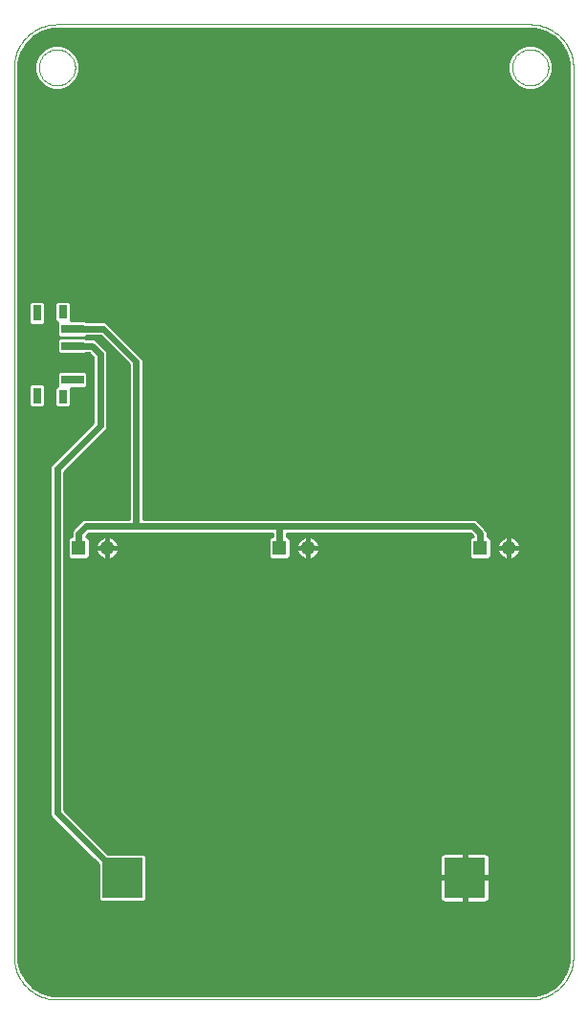
<source format=gbl>
G75*
G70*
%OFA0B0*%
%FSLAX24Y24*%
%IPPOS*%
%LPD*%
%AMOC8*
5,1,8,0,0,1.08239X$1,22.5*
%
%ADD10C,0.0000*%
%ADD11R,0.0787X0.0315*%
%ADD12R,0.0315X0.0472*%
%ADD13R,0.0315X0.0551*%
%ADD14R,0.1417X0.1417*%
%ADD15R,0.0515X0.0515*%
%ADD16C,0.0515*%
%ADD17C,0.0240*%
%ADD18C,0.0100*%
D10*
X000655Y002155D02*
X000655Y033155D01*
X001525Y033155D02*
X001527Y033205D01*
X001533Y033255D01*
X001543Y033304D01*
X001557Y033352D01*
X001574Y033399D01*
X001595Y033444D01*
X001620Y033488D01*
X001648Y033529D01*
X001680Y033568D01*
X001714Y033605D01*
X001751Y033639D01*
X001791Y033669D01*
X001833Y033696D01*
X001877Y033720D01*
X001923Y033741D01*
X001970Y033757D01*
X002018Y033770D01*
X002068Y033779D01*
X002117Y033784D01*
X002168Y033785D01*
X002218Y033782D01*
X002267Y033775D01*
X002316Y033764D01*
X002364Y033749D01*
X002410Y033731D01*
X002455Y033709D01*
X002498Y033683D01*
X002539Y033654D01*
X002578Y033622D01*
X002614Y033587D01*
X002646Y033549D01*
X002676Y033509D01*
X002703Y033466D01*
X002726Y033422D01*
X002745Y033376D01*
X002761Y033328D01*
X002773Y033279D01*
X002781Y033230D01*
X002785Y033180D01*
X002785Y033130D01*
X002781Y033080D01*
X002773Y033031D01*
X002761Y032982D01*
X002745Y032934D01*
X002726Y032888D01*
X002703Y032844D01*
X002676Y032801D01*
X002646Y032761D01*
X002614Y032723D01*
X002578Y032688D01*
X002539Y032656D01*
X002498Y032627D01*
X002455Y032601D01*
X002410Y032579D01*
X002364Y032561D01*
X002316Y032546D01*
X002267Y032535D01*
X002218Y032528D01*
X002168Y032525D01*
X002117Y032526D01*
X002068Y032531D01*
X002018Y032540D01*
X001970Y032553D01*
X001923Y032569D01*
X001877Y032590D01*
X001833Y032614D01*
X001791Y032641D01*
X001751Y032671D01*
X001714Y032705D01*
X001680Y032742D01*
X001648Y032781D01*
X001620Y032822D01*
X001595Y032866D01*
X001574Y032911D01*
X001557Y032958D01*
X001543Y033006D01*
X001533Y033055D01*
X001527Y033105D01*
X001525Y033155D01*
X000655Y033155D02*
X000657Y033231D01*
X000663Y033307D01*
X000672Y033382D01*
X000686Y033457D01*
X000703Y033531D01*
X000724Y033604D01*
X000748Y033676D01*
X000777Y033747D01*
X000808Y033816D01*
X000843Y033883D01*
X000882Y033948D01*
X000924Y034012D01*
X000969Y034073D01*
X001017Y034132D01*
X001068Y034188D01*
X001122Y034242D01*
X001178Y034293D01*
X001237Y034341D01*
X001298Y034386D01*
X001362Y034428D01*
X001427Y034467D01*
X001494Y034502D01*
X001563Y034533D01*
X001634Y034562D01*
X001706Y034586D01*
X001779Y034607D01*
X001853Y034624D01*
X001928Y034638D01*
X002003Y034647D01*
X002079Y034653D01*
X002155Y034655D01*
X018655Y034655D01*
X018025Y033155D02*
X018027Y033205D01*
X018033Y033255D01*
X018043Y033304D01*
X018057Y033352D01*
X018074Y033399D01*
X018095Y033444D01*
X018120Y033488D01*
X018148Y033529D01*
X018180Y033568D01*
X018214Y033605D01*
X018251Y033639D01*
X018291Y033669D01*
X018333Y033696D01*
X018377Y033720D01*
X018423Y033741D01*
X018470Y033757D01*
X018518Y033770D01*
X018568Y033779D01*
X018617Y033784D01*
X018668Y033785D01*
X018718Y033782D01*
X018767Y033775D01*
X018816Y033764D01*
X018864Y033749D01*
X018910Y033731D01*
X018955Y033709D01*
X018998Y033683D01*
X019039Y033654D01*
X019078Y033622D01*
X019114Y033587D01*
X019146Y033549D01*
X019176Y033509D01*
X019203Y033466D01*
X019226Y033422D01*
X019245Y033376D01*
X019261Y033328D01*
X019273Y033279D01*
X019281Y033230D01*
X019285Y033180D01*
X019285Y033130D01*
X019281Y033080D01*
X019273Y033031D01*
X019261Y032982D01*
X019245Y032934D01*
X019226Y032888D01*
X019203Y032844D01*
X019176Y032801D01*
X019146Y032761D01*
X019114Y032723D01*
X019078Y032688D01*
X019039Y032656D01*
X018998Y032627D01*
X018955Y032601D01*
X018910Y032579D01*
X018864Y032561D01*
X018816Y032546D01*
X018767Y032535D01*
X018718Y032528D01*
X018668Y032525D01*
X018617Y032526D01*
X018568Y032531D01*
X018518Y032540D01*
X018470Y032553D01*
X018423Y032569D01*
X018377Y032590D01*
X018333Y032614D01*
X018291Y032641D01*
X018251Y032671D01*
X018214Y032705D01*
X018180Y032742D01*
X018148Y032781D01*
X018120Y032822D01*
X018095Y032866D01*
X018074Y032911D01*
X018057Y032958D01*
X018043Y033006D01*
X018033Y033055D01*
X018027Y033105D01*
X018025Y033155D01*
X018655Y034655D02*
X018731Y034653D01*
X018807Y034647D01*
X018882Y034638D01*
X018957Y034624D01*
X019031Y034607D01*
X019104Y034586D01*
X019176Y034562D01*
X019247Y034533D01*
X019316Y034502D01*
X019383Y034467D01*
X019448Y034428D01*
X019512Y034386D01*
X019573Y034341D01*
X019632Y034293D01*
X019688Y034242D01*
X019742Y034188D01*
X019793Y034132D01*
X019841Y034073D01*
X019886Y034012D01*
X019928Y033948D01*
X019967Y033883D01*
X020002Y033816D01*
X020033Y033747D01*
X020062Y033676D01*
X020086Y033604D01*
X020107Y033531D01*
X020124Y033457D01*
X020138Y033382D01*
X020147Y033307D01*
X020153Y033231D01*
X020155Y033155D01*
X020155Y002155D01*
X020153Y002079D01*
X020147Y002003D01*
X020138Y001928D01*
X020124Y001853D01*
X020107Y001779D01*
X020086Y001706D01*
X020062Y001634D01*
X020033Y001563D01*
X020002Y001494D01*
X019967Y001427D01*
X019928Y001362D01*
X019886Y001298D01*
X019841Y001237D01*
X019793Y001178D01*
X019742Y001122D01*
X019688Y001068D01*
X019632Y001017D01*
X019573Y000969D01*
X019512Y000924D01*
X019448Y000882D01*
X019383Y000843D01*
X019316Y000808D01*
X019247Y000777D01*
X019176Y000748D01*
X019104Y000724D01*
X019031Y000703D01*
X018957Y000686D01*
X018882Y000672D01*
X018807Y000663D01*
X018731Y000657D01*
X018655Y000655D01*
X002155Y000655D01*
X002079Y000657D01*
X002003Y000663D01*
X001928Y000672D01*
X001853Y000686D01*
X001779Y000703D01*
X001706Y000724D01*
X001634Y000748D01*
X001563Y000777D01*
X001494Y000808D01*
X001427Y000843D01*
X001362Y000882D01*
X001298Y000924D01*
X001237Y000969D01*
X001178Y001017D01*
X001122Y001068D01*
X001068Y001122D01*
X001017Y001178D01*
X000969Y001237D01*
X000924Y001298D01*
X000882Y001362D01*
X000843Y001427D01*
X000808Y001494D01*
X000777Y001563D01*
X000748Y001634D01*
X000724Y001706D01*
X000703Y001779D01*
X000686Y001853D01*
X000672Y001928D01*
X000663Y002003D01*
X000657Y002079D01*
X000655Y002155D01*
D11*
X002693Y022269D03*
X002693Y023450D03*
X002693Y024041D03*
D12*
X002358Y024631D03*
X002358Y021679D03*
D13*
X001452Y021718D03*
X001452Y024592D03*
D14*
X004441Y004905D03*
X016370Y004905D03*
D15*
X016905Y016405D03*
X009905Y016405D03*
X002905Y016405D03*
D16*
X003905Y016405D03*
X010905Y016405D03*
X017905Y016405D03*
D17*
X016905Y016405D02*
X016905Y016905D01*
X016655Y017155D01*
X009905Y017155D01*
X009905Y016405D01*
X009905Y017155D02*
X004905Y017155D01*
X004905Y022905D01*
X003769Y024041D01*
X002693Y024041D01*
X002693Y023450D02*
X003360Y023450D01*
X003655Y023155D01*
X003655Y020655D01*
X002155Y019155D01*
X002155Y007155D01*
X004120Y005191D01*
X004155Y005191D01*
X004441Y004905D01*
X002905Y016405D02*
X002905Y016905D01*
X003155Y017155D01*
X004905Y017155D01*
D18*
X000908Y001638D02*
X001084Y001333D01*
X001333Y001084D01*
X001638Y000908D01*
X001979Y000817D01*
X001979Y000817D01*
X002155Y000805D01*
X018655Y000805D01*
X018831Y000817D01*
X019172Y000908D01*
X019477Y001084D01*
X019726Y001333D01*
X019902Y001638D01*
X019994Y001979D01*
X020005Y002155D01*
X020005Y033093D01*
X020005Y033126D01*
X020005Y033155D01*
X019994Y033331D01*
X019902Y033672D01*
X019726Y033977D01*
X019477Y034226D01*
X019172Y034402D01*
X018831Y034494D01*
X018655Y034505D01*
X002217Y034505D01*
X002201Y034505D01*
X002155Y034505D01*
X001979Y034494D01*
X001638Y034402D01*
X001333Y034226D01*
X001084Y033977D01*
X000908Y033672D01*
X000817Y033331D01*
X000805Y033155D01*
X000805Y002217D01*
X000805Y002206D01*
X000805Y002155D01*
X000817Y001979D01*
X000908Y001638D01*
X000907Y001641D02*
X019903Y001641D01*
X019929Y001739D02*
X000881Y001739D01*
X000854Y001838D02*
X019956Y001838D01*
X019982Y001936D02*
X000828Y001936D01*
X000813Y002035D02*
X019997Y002035D01*
X020004Y002133D02*
X000807Y002133D01*
X000805Y002232D02*
X020005Y002232D01*
X020005Y002330D02*
X000805Y002330D01*
X000805Y002429D02*
X020005Y002429D01*
X020005Y002527D02*
X000805Y002527D01*
X000805Y002626D02*
X020005Y002626D01*
X020005Y002725D02*
X000805Y002725D01*
X000805Y002823D02*
X020005Y002823D01*
X020005Y002922D02*
X000805Y002922D01*
X000805Y003020D02*
X020005Y003020D01*
X020005Y003119D02*
X000805Y003119D01*
X000805Y003217D02*
X020005Y003217D01*
X020005Y003316D02*
X000805Y003316D01*
X000805Y003414D02*
X020005Y003414D01*
X020005Y003513D02*
X000805Y003513D01*
X000805Y003611D02*
X020005Y003611D01*
X020005Y003710D02*
X000805Y003710D01*
X000805Y003809D02*
X020005Y003809D01*
X020005Y003907D02*
X000805Y003907D01*
X000805Y004006D02*
X020005Y004006D01*
X020005Y004104D02*
X017198Y004104D01*
X017218Y004139D01*
X017228Y004177D01*
X017228Y004855D01*
X016420Y004855D01*
X016420Y004955D01*
X017228Y004955D01*
X017228Y005634D01*
X017218Y005672D01*
X017198Y005706D01*
X017170Y005734D01*
X017136Y005754D01*
X017098Y005764D01*
X016420Y005764D01*
X016420Y004955D01*
X016320Y004955D01*
X016320Y005764D01*
X015641Y005764D01*
X015603Y005754D01*
X015569Y005734D01*
X015541Y005706D01*
X015521Y005672D01*
X015511Y005634D01*
X015511Y004955D01*
X016320Y004955D01*
X016320Y004855D01*
X016420Y004855D01*
X016420Y004046D01*
X017098Y004046D01*
X017136Y004057D01*
X017170Y004076D01*
X017198Y004104D01*
X017228Y004203D02*
X020005Y004203D01*
X020005Y004301D02*
X017228Y004301D01*
X017228Y004400D02*
X020005Y004400D01*
X020005Y004498D02*
X017228Y004498D01*
X017228Y004597D02*
X020005Y004597D01*
X020005Y004695D02*
X017228Y004695D01*
X017228Y004794D02*
X020005Y004794D01*
X020005Y004892D02*
X016420Y004892D01*
X016420Y004794D02*
X016320Y004794D01*
X016320Y004855D02*
X016320Y004046D01*
X015641Y004046D01*
X015603Y004057D01*
X015569Y004076D01*
X015541Y004104D01*
X005241Y004104D01*
X005203Y004066D02*
X005279Y004143D01*
X005279Y005668D01*
X005203Y005744D01*
X003920Y005744D01*
X002405Y007259D01*
X002405Y019052D01*
X003867Y020514D01*
X003905Y020605D01*
X003905Y020705D01*
X003905Y023205D01*
X003867Y023297D01*
X003797Y023367D01*
X003797Y023367D01*
X003501Y023662D01*
X003410Y023700D01*
X003310Y023700D01*
X003178Y023700D01*
X003140Y023738D01*
X002245Y023738D01*
X002169Y023662D01*
X002169Y023239D01*
X002245Y023163D01*
X003140Y023163D01*
X003178Y023200D01*
X003256Y023200D01*
X003405Y023052D01*
X003405Y020759D01*
X002014Y019367D01*
X002014Y019367D01*
X001943Y019297D01*
X001905Y019205D01*
X001905Y007105D01*
X001943Y007014D01*
X002014Y006943D01*
X003602Y005355D01*
X003602Y004143D01*
X003678Y004066D01*
X005203Y004066D01*
X005279Y004203D02*
X015511Y004203D01*
X015511Y004177D02*
X015521Y004139D01*
X015541Y004104D01*
X015511Y004177D02*
X015511Y004855D01*
X016320Y004855D01*
X016320Y004892D02*
X005279Y004892D01*
X005279Y004794D02*
X015511Y004794D01*
X015511Y004695D02*
X005279Y004695D01*
X005279Y004597D02*
X015511Y004597D01*
X015511Y004498D02*
X005279Y004498D01*
X005279Y004400D02*
X015511Y004400D01*
X015511Y004301D02*
X005279Y004301D01*
X005279Y004991D02*
X015511Y004991D01*
X015511Y005090D02*
X005279Y005090D01*
X005279Y005188D02*
X015511Y005188D01*
X015511Y005287D02*
X005279Y005287D01*
X005279Y005385D02*
X015511Y005385D01*
X015511Y005484D02*
X005279Y005484D01*
X005279Y005582D02*
X015511Y005582D01*
X015527Y005681D02*
X005266Y005681D01*
X003884Y005779D02*
X020005Y005779D01*
X020005Y005681D02*
X017213Y005681D01*
X017228Y005582D02*
X020005Y005582D01*
X020005Y005484D02*
X017228Y005484D01*
X017228Y005385D02*
X020005Y005385D01*
X020005Y005287D02*
X017228Y005287D01*
X017228Y005188D02*
X020005Y005188D01*
X020005Y005090D02*
X017228Y005090D01*
X017228Y004991D02*
X020005Y004991D01*
X020005Y005878D02*
X003786Y005878D01*
X003687Y005976D02*
X020005Y005976D01*
X020005Y006075D02*
X003589Y006075D01*
X003490Y006174D02*
X020005Y006174D01*
X020005Y006272D02*
X003392Y006272D01*
X003293Y006371D02*
X020005Y006371D01*
X020005Y006469D02*
X003195Y006469D01*
X003096Y006568D02*
X020005Y006568D01*
X020005Y006666D02*
X002997Y006666D01*
X002899Y006765D02*
X020005Y006765D01*
X020005Y006863D02*
X002800Y006863D01*
X002702Y006962D02*
X020005Y006962D01*
X020005Y007060D02*
X002603Y007060D01*
X002505Y007159D02*
X020005Y007159D01*
X020005Y007258D02*
X002406Y007258D01*
X002405Y007356D02*
X020005Y007356D01*
X020005Y007455D02*
X002405Y007455D01*
X002405Y007553D02*
X020005Y007553D01*
X020005Y007652D02*
X002405Y007652D01*
X002405Y007750D02*
X020005Y007750D01*
X020005Y007849D02*
X002405Y007849D01*
X002405Y007947D02*
X020005Y007947D01*
X020005Y008046D02*
X002405Y008046D01*
X002405Y008144D02*
X020005Y008144D01*
X020005Y008243D02*
X002405Y008243D01*
X002405Y008341D02*
X020005Y008341D01*
X020005Y008440D02*
X002405Y008440D01*
X002405Y008539D02*
X020005Y008539D01*
X020005Y008637D02*
X002405Y008637D01*
X002405Y008736D02*
X020005Y008736D01*
X020005Y008834D02*
X002405Y008834D01*
X002405Y008933D02*
X020005Y008933D01*
X020005Y009031D02*
X002405Y009031D01*
X002405Y009130D02*
X020005Y009130D01*
X020005Y009228D02*
X002405Y009228D01*
X002405Y009327D02*
X020005Y009327D01*
X020005Y009425D02*
X002405Y009425D01*
X002405Y009524D02*
X020005Y009524D01*
X020005Y009623D02*
X002405Y009623D01*
X002405Y009721D02*
X020005Y009721D01*
X020005Y009820D02*
X002405Y009820D01*
X002405Y009918D02*
X020005Y009918D01*
X020005Y010017D02*
X002405Y010017D01*
X002405Y010115D02*
X020005Y010115D01*
X020005Y010214D02*
X002405Y010214D01*
X002405Y010312D02*
X020005Y010312D01*
X020005Y010411D02*
X002405Y010411D01*
X002405Y010509D02*
X020005Y010509D01*
X020005Y010608D02*
X002405Y010608D01*
X002405Y010707D02*
X020005Y010707D01*
X020005Y010805D02*
X002405Y010805D01*
X002405Y010904D02*
X020005Y010904D01*
X020005Y011002D02*
X002405Y011002D01*
X002405Y011101D02*
X020005Y011101D01*
X020005Y011199D02*
X002405Y011199D01*
X002405Y011298D02*
X020005Y011298D01*
X020005Y011396D02*
X002405Y011396D01*
X002405Y011495D02*
X020005Y011495D01*
X020005Y011593D02*
X002405Y011593D01*
X002405Y011692D02*
X020005Y011692D01*
X020005Y011791D02*
X002405Y011791D01*
X002405Y011889D02*
X020005Y011889D01*
X020005Y011988D02*
X002405Y011988D01*
X002405Y012086D02*
X020005Y012086D01*
X020005Y012185D02*
X002405Y012185D01*
X002405Y012283D02*
X020005Y012283D01*
X020005Y012382D02*
X002405Y012382D01*
X002405Y012480D02*
X020005Y012480D01*
X020005Y012579D02*
X002405Y012579D01*
X002405Y012677D02*
X020005Y012677D01*
X020005Y012776D02*
X002405Y012776D01*
X002405Y012874D02*
X020005Y012874D01*
X020005Y012973D02*
X002405Y012973D01*
X002405Y013072D02*
X020005Y013072D01*
X020005Y013170D02*
X002405Y013170D01*
X002405Y013269D02*
X020005Y013269D01*
X020005Y013367D02*
X002405Y013367D01*
X002405Y013466D02*
X020005Y013466D01*
X020005Y013564D02*
X002405Y013564D01*
X002405Y013663D02*
X020005Y013663D01*
X020005Y013761D02*
X002405Y013761D01*
X002405Y013860D02*
X020005Y013860D01*
X020005Y013958D02*
X002405Y013958D01*
X002405Y014057D02*
X020005Y014057D01*
X020005Y014156D02*
X002405Y014156D01*
X002405Y014254D02*
X020005Y014254D01*
X020005Y014353D02*
X002405Y014353D01*
X002405Y014451D02*
X020005Y014451D01*
X020005Y014550D02*
X002405Y014550D01*
X002405Y014648D02*
X020005Y014648D01*
X020005Y014747D02*
X002405Y014747D01*
X002405Y014845D02*
X020005Y014845D01*
X020005Y014944D02*
X002405Y014944D01*
X002405Y015042D02*
X020005Y015042D01*
X020005Y015141D02*
X002405Y015141D01*
X002405Y015240D02*
X020005Y015240D01*
X020005Y015338D02*
X002405Y015338D01*
X002405Y015437D02*
X020005Y015437D01*
X020005Y015535D02*
X002405Y015535D01*
X002405Y015634D02*
X020005Y015634D01*
X020005Y015732D02*
X002405Y015732D01*
X002405Y015831D02*
X020005Y015831D01*
X020005Y015929D02*
X002405Y015929D01*
X002405Y016028D02*
X002584Y016028D01*
X002594Y016018D02*
X003216Y016018D01*
X003293Y016094D01*
X003293Y016716D01*
X003216Y016793D01*
X003155Y016793D01*
X003155Y016802D01*
X003259Y016905D01*
X004855Y016905D01*
X004955Y016905D01*
X009655Y016905D01*
X009655Y016793D01*
X009594Y016793D01*
X009518Y016716D01*
X009518Y016094D01*
X009594Y016018D01*
X010216Y016018D01*
X010293Y016094D01*
X010293Y016716D01*
X010216Y016793D01*
X010155Y016793D01*
X010155Y016905D01*
X016552Y016905D01*
X016655Y016802D01*
X016655Y016793D01*
X016594Y016793D01*
X016518Y016716D01*
X016518Y016094D01*
X016594Y016018D01*
X017216Y016018D01*
X017293Y016094D01*
X017293Y016716D01*
X017216Y016793D01*
X017155Y016793D01*
X017155Y016855D01*
X017155Y016955D01*
X017117Y017047D01*
X016867Y017297D01*
X016797Y017367D01*
X016705Y017405D01*
X009955Y017405D01*
X009855Y017405D01*
X005155Y017405D01*
X005155Y022955D01*
X005117Y023047D01*
X005047Y023117D01*
X003911Y024253D01*
X003819Y024291D01*
X003720Y024291D01*
X003177Y024291D01*
X003140Y024328D01*
X002632Y024328D01*
X002645Y024341D01*
X002645Y024922D01*
X002569Y024998D01*
X002147Y024998D01*
X002070Y024922D01*
X002070Y024341D01*
X002147Y024265D01*
X002182Y024265D01*
X002169Y024252D01*
X002169Y023830D01*
X002245Y023753D01*
X003140Y023753D01*
X003177Y023791D01*
X003666Y023791D01*
X004655Y022802D01*
X004655Y017405D01*
X003105Y017405D01*
X003014Y017367D01*
X002943Y017297D01*
X002693Y017047D01*
X002655Y016955D01*
X002655Y016855D01*
X002655Y016793D01*
X002594Y016793D01*
X002518Y016716D01*
X002518Y016094D01*
X002594Y016018D01*
X002518Y016126D02*
X002405Y016126D01*
X002405Y016225D02*
X002518Y016225D01*
X002518Y016324D02*
X002405Y016324D01*
X002405Y016422D02*
X002518Y016422D01*
X002518Y016521D02*
X002405Y016521D01*
X002405Y016619D02*
X002518Y016619D01*
X002519Y016718D02*
X002405Y016718D01*
X002405Y016816D02*
X002655Y016816D01*
X002655Y016915D02*
X002405Y016915D01*
X002405Y017013D02*
X002679Y017013D01*
X002758Y017112D02*
X002405Y017112D01*
X002405Y017210D02*
X002857Y017210D01*
X002955Y017309D02*
X002405Y017309D01*
X002405Y017407D02*
X004655Y017407D01*
X004655Y017506D02*
X002405Y017506D01*
X002405Y017605D02*
X004655Y017605D01*
X004655Y017703D02*
X002405Y017703D01*
X002405Y017802D02*
X004655Y017802D01*
X004655Y017900D02*
X002405Y017900D01*
X002405Y017999D02*
X004655Y017999D01*
X004655Y018097D02*
X002405Y018097D01*
X002405Y018196D02*
X004655Y018196D01*
X004655Y018294D02*
X002405Y018294D01*
X002405Y018393D02*
X004655Y018393D01*
X004655Y018491D02*
X002405Y018491D01*
X002405Y018590D02*
X004655Y018590D01*
X004655Y018689D02*
X002405Y018689D01*
X002405Y018787D02*
X004655Y018787D01*
X004655Y018886D02*
X002405Y018886D01*
X002405Y018984D02*
X004655Y018984D01*
X004655Y019083D02*
X002436Y019083D01*
X002535Y019181D02*
X004655Y019181D01*
X004655Y019280D02*
X002633Y019280D01*
X002732Y019378D02*
X004655Y019378D01*
X004655Y019477D02*
X002830Y019477D01*
X002929Y019575D02*
X004655Y019575D01*
X004655Y019674D02*
X003027Y019674D01*
X003126Y019773D02*
X004655Y019773D01*
X004655Y019871D02*
X003225Y019871D01*
X003323Y019970D02*
X004655Y019970D01*
X004655Y020068D02*
X003422Y020068D01*
X003520Y020167D02*
X004655Y020167D01*
X004655Y020265D02*
X003619Y020265D01*
X003717Y020364D02*
X004655Y020364D01*
X004655Y020462D02*
X003816Y020462D01*
X003887Y020561D02*
X004655Y020561D01*
X004655Y020659D02*
X003905Y020659D01*
X003905Y020758D02*
X004655Y020758D01*
X004655Y020856D02*
X003905Y020856D01*
X003905Y020955D02*
X004655Y020955D01*
X004655Y021054D02*
X003905Y021054D01*
X003905Y021152D02*
X004655Y021152D01*
X004655Y021251D02*
X003905Y021251D01*
X003905Y021349D02*
X004655Y021349D01*
X004655Y021448D02*
X003905Y021448D01*
X003905Y021546D02*
X004655Y021546D01*
X004655Y021645D02*
X003905Y021645D01*
X003905Y021743D02*
X004655Y021743D01*
X004655Y021842D02*
X003905Y021842D01*
X003905Y021940D02*
X004655Y021940D01*
X004655Y022039D02*
X003905Y022039D01*
X003905Y022138D02*
X004655Y022138D01*
X004655Y022236D02*
X003905Y022236D01*
X003905Y022335D02*
X004655Y022335D01*
X004655Y022433D02*
X003905Y022433D01*
X003905Y022532D02*
X004655Y022532D01*
X004655Y022630D02*
X003905Y022630D01*
X003905Y022729D02*
X004655Y022729D01*
X004629Y022827D02*
X003905Y022827D01*
X003905Y022926D02*
X004531Y022926D01*
X004432Y023024D02*
X003905Y023024D01*
X003905Y023123D02*
X004334Y023123D01*
X004235Y023222D02*
X003898Y023222D01*
X003844Y023320D02*
X004137Y023320D01*
X004038Y023419D02*
X003745Y023419D01*
X003647Y023517D02*
X003940Y023517D01*
X003841Y023616D02*
X003548Y023616D01*
X003742Y023714D02*
X003164Y023714D01*
X003163Y024306D02*
X020005Y024306D01*
X020005Y024404D02*
X002645Y024404D01*
X002645Y024503D02*
X020005Y024503D01*
X020005Y024601D02*
X002645Y024601D01*
X002645Y024700D02*
X020005Y024700D01*
X020005Y024798D02*
X002645Y024798D01*
X002645Y024897D02*
X020005Y024897D01*
X020005Y024995D02*
X002572Y024995D01*
X002144Y024995D02*
X001666Y024995D01*
X001664Y024998D02*
X001740Y024922D01*
X001740Y024263D01*
X001664Y024187D01*
X001241Y024187D01*
X001165Y024263D01*
X001165Y024922D01*
X001241Y024998D01*
X001664Y024998D01*
X001740Y024897D02*
X002070Y024897D01*
X002070Y024798D02*
X001740Y024798D01*
X001740Y024700D02*
X002070Y024700D01*
X002070Y024601D02*
X001740Y024601D01*
X001740Y024503D02*
X002070Y024503D01*
X002070Y024404D02*
X001740Y024404D01*
X001740Y024306D02*
X002106Y024306D01*
X002169Y024207D02*
X001684Y024207D01*
X001221Y024207D02*
X000805Y024207D01*
X000805Y024306D02*
X001165Y024306D01*
X001165Y024404D02*
X000805Y024404D01*
X000805Y024503D02*
X001165Y024503D01*
X001165Y024601D02*
X000805Y024601D01*
X000805Y024700D02*
X001165Y024700D01*
X001165Y024798D02*
X000805Y024798D01*
X000805Y024897D02*
X001165Y024897D01*
X001239Y024995D02*
X000805Y024995D01*
X000805Y025094D02*
X020005Y025094D01*
X020005Y025192D02*
X000805Y025192D01*
X000805Y025291D02*
X020005Y025291D01*
X020005Y025389D02*
X000805Y025389D01*
X000805Y025488D02*
X020005Y025488D01*
X020005Y025587D02*
X000805Y025587D01*
X000805Y025685D02*
X020005Y025685D01*
X020005Y025784D02*
X000805Y025784D01*
X000805Y025882D02*
X020005Y025882D01*
X020005Y025981D02*
X000805Y025981D01*
X000805Y026079D02*
X020005Y026079D01*
X020005Y026178D02*
X000805Y026178D01*
X000805Y026276D02*
X020005Y026276D01*
X020005Y026375D02*
X000805Y026375D01*
X000805Y026473D02*
X020005Y026473D01*
X020005Y026572D02*
X000805Y026572D01*
X000805Y026671D02*
X020005Y026671D01*
X020005Y026769D02*
X000805Y026769D01*
X000805Y026868D02*
X020005Y026868D01*
X020005Y026966D02*
X000805Y026966D01*
X000805Y027065D02*
X020005Y027065D01*
X020005Y027163D02*
X000805Y027163D01*
X000805Y027262D02*
X020005Y027262D01*
X020005Y027360D02*
X000805Y027360D01*
X000805Y027459D02*
X020005Y027459D01*
X020005Y027557D02*
X000805Y027557D01*
X000805Y027656D02*
X020005Y027656D01*
X020005Y027755D02*
X000805Y027755D01*
X000805Y027853D02*
X020005Y027853D01*
X020005Y027952D02*
X000805Y027952D01*
X000805Y028050D02*
X020005Y028050D01*
X020005Y028149D02*
X000805Y028149D01*
X000805Y028247D02*
X020005Y028247D01*
X020005Y028346D02*
X000805Y028346D01*
X000805Y028444D02*
X020005Y028444D01*
X020005Y028543D02*
X000805Y028543D01*
X000805Y028641D02*
X020005Y028641D01*
X020005Y028740D02*
X000805Y028740D01*
X000805Y028839D02*
X020005Y028839D01*
X020005Y028937D02*
X000805Y028937D01*
X000805Y029036D02*
X020005Y029036D01*
X020005Y029134D02*
X000805Y029134D01*
X000805Y029233D02*
X020005Y029233D01*
X020005Y029331D02*
X000805Y029331D01*
X000805Y029430D02*
X020005Y029430D01*
X020005Y029528D02*
X000805Y029528D01*
X000805Y029627D02*
X020005Y029627D01*
X020005Y029725D02*
X000805Y029725D01*
X000805Y029824D02*
X020005Y029824D01*
X020005Y029922D02*
X000805Y029922D01*
X000805Y030021D02*
X020005Y030021D01*
X020005Y030120D02*
X000805Y030120D01*
X000805Y030218D02*
X020005Y030218D01*
X020005Y030317D02*
X000805Y030317D01*
X000805Y030415D02*
X020005Y030415D01*
X020005Y030514D02*
X000805Y030514D01*
X000805Y030612D02*
X020005Y030612D01*
X020005Y030711D02*
X000805Y030711D01*
X000805Y030809D02*
X020005Y030809D01*
X020005Y030908D02*
X000805Y030908D01*
X000805Y031006D02*
X020005Y031006D01*
X020005Y031105D02*
X000805Y031105D01*
X000805Y031204D02*
X020005Y031204D01*
X020005Y031302D02*
X000805Y031302D01*
X000805Y031401D02*
X020005Y031401D01*
X020005Y031499D02*
X000805Y031499D01*
X000805Y031598D02*
X020005Y031598D01*
X020005Y031696D02*
X000805Y031696D01*
X000805Y031795D02*
X020005Y031795D01*
X020005Y031893D02*
X000805Y031893D01*
X000805Y031992D02*
X020005Y031992D01*
X020005Y032090D02*
X000805Y032090D01*
X000805Y032189D02*
X020005Y032189D01*
X020005Y032288D02*
X000805Y032288D01*
X000805Y032386D02*
X001974Y032386D01*
X002000Y032375D02*
X002310Y032375D01*
X002597Y032494D01*
X002816Y032713D01*
X002935Y033000D01*
X002935Y033310D01*
X002816Y033597D01*
X002597Y033816D01*
X002310Y033935D01*
X002000Y033935D01*
X001713Y033816D01*
X001494Y033597D01*
X001375Y033310D01*
X001375Y033000D01*
X001494Y032713D01*
X001713Y032494D01*
X002000Y032375D01*
X001736Y032485D02*
X000805Y032485D01*
X000805Y032583D02*
X001624Y032583D01*
X001526Y032682D02*
X000805Y032682D01*
X000805Y032780D02*
X001466Y032780D01*
X001425Y032879D02*
X000805Y032879D01*
X000805Y032977D02*
X001385Y032977D01*
X001375Y033076D02*
X000805Y033076D01*
X000806Y033174D02*
X001375Y033174D01*
X001375Y033273D02*
X000813Y033273D01*
X000827Y033371D02*
X001401Y033371D01*
X001441Y033470D02*
X000854Y033470D01*
X000880Y033569D02*
X001482Y033569D01*
X001564Y033667D02*
X000907Y033667D01*
X000962Y033766D02*
X001663Y033766D01*
X001829Y033864D02*
X001019Y033864D01*
X001076Y033963D02*
X019734Y033963D01*
X019791Y033864D02*
X018981Y033864D01*
X019097Y033816D02*
X018810Y033935D01*
X018500Y033935D01*
X018213Y033816D01*
X017994Y033597D01*
X017875Y033310D01*
X017875Y033000D01*
X017994Y032713D01*
X018213Y032494D01*
X018500Y032375D01*
X018810Y032375D01*
X019097Y032494D01*
X019316Y032713D01*
X019435Y033000D01*
X019435Y033310D01*
X019316Y033597D01*
X019097Y033816D01*
X019147Y033766D02*
X019848Y033766D01*
X019904Y033667D02*
X019246Y033667D01*
X019328Y033569D02*
X019930Y033569D01*
X019956Y033470D02*
X019369Y033470D01*
X019410Y033371D02*
X019983Y033371D01*
X019997Y033273D02*
X019435Y033273D01*
X019435Y033174D02*
X020004Y033174D01*
X020005Y033076D02*
X019435Y033076D01*
X019426Y032977D02*
X020005Y032977D01*
X020005Y032879D02*
X019385Y032879D01*
X019344Y032780D02*
X020005Y032780D01*
X020005Y032682D02*
X019285Y032682D01*
X019186Y032583D02*
X020005Y032583D01*
X020005Y032485D02*
X019074Y032485D01*
X018836Y032386D02*
X020005Y032386D01*
X019642Y034061D02*
X001168Y034061D01*
X001267Y034160D02*
X019543Y034160D01*
X019421Y034258D02*
X001389Y034258D01*
X001560Y034357D02*
X019250Y034357D01*
X018974Y034455D02*
X001837Y034455D01*
X002481Y033864D02*
X018329Y033864D01*
X018163Y033766D02*
X002647Y033766D01*
X002746Y033667D02*
X018064Y033667D01*
X017982Y033569D02*
X002828Y033569D01*
X002869Y033470D02*
X017941Y033470D01*
X017901Y033371D02*
X002910Y033371D01*
X002935Y033273D02*
X017875Y033273D01*
X017875Y033174D02*
X002935Y033174D01*
X002935Y033076D02*
X017875Y033076D01*
X017885Y032977D02*
X002926Y032977D01*
X002885Y032879D02*
X017925Y032879D01*
X017966Y032780D02*
X002844Y032780D01*
X002785Y032682D02*
X018026Y032682D01*
X018124Y032583D02*
X002686Y032583D01*
X002574Y032485D02*
X018236Y032485D01*
X018474Y032386D02*
X002336Y032386D01*
X002169Y024108D02*
X000805Y024108D01*
X000805Y024010D02*
X002169Y024010D01*
X002169Y023911D02*
X000805Y023911D01*
X000805Y023813D02*
X002186Y023813D01*
X002221Y023714D02*
X000805Y023714D01*
X000805Y023616D02*
X002169Y023616D01*
X002169Y023517D02*
X000805Y023517D01*
X000805Y023419D02*
X002169Y023419D01*
X002169Y023320D02*
X000805Y023320D01*
X000805Y023222D02*
X002186Y023222D01*
X002245Y022557D02*
X002169Y022481D01*
X002169Y022058D01*
X002182Y022045D01*
X002147Y022045D01*
X002070Y021969D01*
X002070Y021389D01*
X002147Y021313D01*
X002569Y021313D01*
X002645Y021389D01*
X002645Y021969D01*
X002632Y021982D01*
X003140Y021982D01*
X003216Y022058D01*
X003216Y022481D01*
X003140Y022557D01*
X002245Y022557D01*
X002220Y022532D02*
X000805Y022532D01*
X000805Y022630D02*
X003405Y022630D01*
X003405Y022532D02*
X003165Y022532D01*
X003216Y022433D02*
X003405Y022433D01*
X003405Y022335D02*
X003216Y022335D01*
X003216Y022236D02*
X003405Y022236D01*
X003405Y022138D02*
X003216Y022138D01*
X003197Y022039D02*
X003405Y022039D01*
X003405Y021940D02*
X002645Y021940D01*
X002645Y021842D02*
X003405Y021842D01*
X003405Y021743D02*
X002645Y021743D01*
X002645Y021645D02*
X003405Y021645D01*
X003405Y021546D02*
X002645Y021546D01*
X002645Y021448D02*
X003405Y021448D01*
X003405Y021349D02*
X002606Y021349D01*
X002110Y021349D02*
X001700Y021349D01*
X001664Y021313D02*
X001740Y021389D01*
X001740Y022048D01*
X001664Y022124D01*
X001241Y022124D01*
X001165Y022048D01*
X001165Y021389D01*
X001241Y021313D01*
X001664Y021313D01*
X001740Y021448D02*
X002070Y021448D01*
X002070Y021546D02*
X001740Y021546D01*
X001740Y021645D02*
X002070Y021645D01*
X002070Y021743D02*
X001740Y021743D01*
X001740Y021842D02*
X002070Y021842D01*
X002070Y021940D02*
X001740Y021940D01*
X001740Y022039D02*
X002141Y022039D01*
X002169Y022138D02*
X000805Y022138D01*
X000805Y022236D02*
X002169Y022236D01*
X002169Y022335D02*
X000805Y022335D01*
X000805Y022433D02*
X002169Y022433D01*
X001165Y022039D02*
X000805Y022039D01*
X000805Y021940D02*
X001165Y021940D01*
X001165Y021842D02*
X000805Y021842D01*
X000805Y021743D02*
X001165Y021743D01*
X001165Y021645D02*
X000805Y021645D01*
X000805Y021546D02*
X001165Y021546D01*
X001165Y021448D02*
X000805Y021448D01*
X000805Y021349D02*
X001204Y021349D01*
X000805Y021251D02*
X003405Y021251D01*
X003405Y021152D02*
X000805Y021152D01*
X000805Y021054D02*
X003405Y021054D01*
X003405Y020955D02*
X000805Y020955D01*
X000805Y020856D02*
X003405Y020856D01*
X003404Y020758D02*
X000805Y020758D01*
X000805Y020659D02*
X003306Y020659D01*
X003207Y020561D02*
X000805Y020561D01*
X000805Y020462D02*
X003109Y020462D01*
X003010Y020364D02*
X000805Y020364D01*
X000805Y020265D02*
X002912Y020265D01*
X002813Y020167D02*
X000805Y020167D01*
X000805Y020068D02*
X002715Y020068D01*
X002616Y019970D02*
X000805Y019970D01*
X000805Y019871D02*
X002518Y019871D01*
X002419Y019773D02*
X000805Y019773D01*
X000805Y019674D02*
X002321Y019674D01*
X002222Y019575D02*
X000805Y019575D01*
X000805Y019477D02*
X002123Y019477D01*
X002025Y019378D02*
X000805Y019378D01*
X000805Y019280D02*
X001936Y019280D01*
X001905Y019181D02*
X000805Y019181D01*
X000805Y019083D02*
X001905Y019083D01*
X001905Y018984D02*
X000805Y018984D01*
X000805Y018886D02*
X001905Y018886D01*
X001905Y018787D02*
X000805Y018787D01*
X000805Y018689D02*
X001905Y018689D01*
X001905Y018590D02*
X000805Y018590D01*
X000805Y018491D02*
X001905Y018491D01*
X001905Y018393D02*
X000805Y018393D01*
X000805Y018294D02*
X001905Y018294D01*
X001905Y018196D02*
X000805Y018196D01*
X000805Y018097D02*
X001905Y018097D01*
X001905Y017999D02*
X000805Y017999D01*
X000805Y017900D02*
X001905Y017900D01*
X001905Y017802D02*
X000805Y017802D01*
X000805Y017703D02*
X001905Y017703D01*
X001905Y017605D02*
X000805Y017605D01*
X000805Y017506D02*
X001905Y017506D01*
X001905Y017407D02*
X000805Y017407D01*
X000805Y017309D02*
X001905Y017309D01*
X001905Y017210D02*
X000805Y017210D01*
X000805Y017112D02*
X001905Y017112D01*
X001905Y017013D02*
X000805Y017013D01*
X000805Y016915D02*
X001905Y016915D01*
X001905Y016816D02*
X000805Y016816D01*
X000805Y016718D02*
X001905Y016718D01*
X001905Y016619D02*
X000805Y016619D01*
X000805Y016521D02*
X001905Y016521D01*
X001905Y016422D02*
X000805Y016422D01*
X000805Y016324D02*
X001905Y016324D01*
X001905Y016225D02*
X000805Y016225D01*
X000805Y016126D02*
X001905Y016126D01*
X001905Y016028D02*
X000805Y016028D01*
X000805Y015929D02*
X001905Y015929D01*
X001905Y015831D02*
X000805Y015831D01*
X000805Y015732D02*
X001905Y015732D01*
X001905Y015634D02*
X000805Y015634D01*
X000805Y015535D02*
X001905Y015535D01*
X001905Y015437D02*
X000805Y015437D01*
X000805Y015338D02*
X001905Y015338D01*
X001905Y015240D02*
X000805Y015240D01*
X000805Y015141D02*
X001905Y015141D01*
X001905Y015042D02*
X000805Y015042D01*
X000805Y014944D02*
X001905Y014944D01*
X001905Y014845D02*
X000805Y014845D01*
X000805Y014747D02*
X001905Y014747D01*
X001905Y014648D02*
X000805Y014648D01*
X000805Y014550D02*
X001905Y014550D01*
X001905Y014451D02*
X000805Y014451D01*
X000805Y014353D02*
X001905Y014353D01*
X001905Y014254D02*
X000805Y014254D01*
X000805Y014156D02*
X001905Y014156D01*
X001905Y014057D02*
X000805Y014057D01*
X000805Y013958D02*
X001905Y013958D01*
X001905Y013860D02*
X000805Y013860D01*
X000805Y013761D02*
X001905Y013761D01*
X001905Y013663D02*
X000805Y013663D01*
X000805Y013564D02*
X001905Y013564D01*
X001905Y013466D02*
X000805Y013466D01*
X000805Y013367D02*
X001905Y013367D01*
X001905Y013269D02*
X000805Y013269D01*
X000805Y013170D02*
X001905Y013170D01*
X001905Y013072D02*
X000805Y013072D01*
X000805Y012973D02*
X001905Y012973D01*
X001905Y012874D02*
X000805Y012874D01*
X000805Y012776D02*
X001905Y012776D01*
X001905Y012677D02*
X000805Y012677D01*
X000805Y012579D02*
X001905Y012579D01*
X001905Y012480D02*
X000805Y012480D01*
X000805Y012382D02*
X001905Y012382D01*
X001905Y012283D02*
X000805Y012283D01*
X000805Y012185D02*
X001905Y012185D01*
X001905Y012086D02*
X000805Y012086D01*
X000805Y011988D02*
X001905Y011988D01*
X001905Y011889D02*
X000805Y011889D01*
X000805Y011791D02*
X001905Y011791D01*
X001905Y011692D02*
X000805Y011692D01*
X000805Y011593D02*
X001905Y011593D01*
X001905Y011495D02*
X000805Y011495D01*
X000805Y011396D02*
X001905Y011396D01*
X001905Y011298D02*
X000805Y011298D01*
X000805Y011199D02*
X001905Y011199D01*
X001905Y011101D02*
X000805Y011101D01*
X000805Y011002D02*
X001905Y011002D01*
X001905Y010904D02*
X000805Y010904D01*
X000805Y010805D02*
X001905Y010805D01*
X001905Y010707D02*
X000805Y010707D01*
X000805Y010608D02*
X001905Y010608D01*
X001905Y010509D02*
X000805Y010509D01*
X000805Y010411D02*
X001905Y010411D01*
X001905Y010312D02*
X000805Y010312D01*
X000805Y010214D02*
X001905Y010214D01*
X001905Y010115D02*
X000805Y010115D01*
X000805Y010017D02*
X001905Y010017D01*
X001905Y009918D02*
X000805Y009918D01*
X000805Y009820D02*
X001905Y009820D01*
X001905Y009721D02*
X000805Y009721D01*
X000805Y009623D02*
X001905Y009623D01*
X001905Y009524D02*
X000805Y009524D01*
X000805Y009425D02*
X001905Y009425D01*
X001905Y009327D02*
X000805Y009327D01*
X000805Y009228D02*
X001905Y009228D01*
X001905Y009130D02*
X000805Y009130D01*
X000805Y009031D02*
X001905Y009031D01*
X001905Y008933D02*
X000805Y008933D01*
X000805Y008834D02*
X001905Y008834D01*
X001905Y008736D02*
X000805Y008736D01*
X000805Y008637D02*
X001905Y008637D01*
X001905Y008539D02*
X000805Y008539D01*
X000805Y008440D02*
X001905Y008440D01*
X001905Y008341D02*
X000805Y008341D01*
X000805Y008243D02*
X001905Y008243D01*
X001905Y008144D02*
X000805Y008144D01*
X000805Y008046D02*
X001905Y008046D01*
X001905Y007947D02*
X000805Y007947D01*
X000805Y007849D02*
X001905Y007849D01*
X001905Y007750D02*
X000805Y007750D01*
X000805Y007652D02*
X001905Y007652D01*
X001905Y007553D02*
X000805Y007553D01*
X000805Y007455D02*
X001905Y007455D01*
X001905Y007356D02*
X000805Y007356D01*
X000805Y007258D02*
X001905Y007258D01*
X001905Y007159D02*
X000805Y007159D01*
X000805Y007060D02*
X001924Y007060D01*
X001995Y006962D02*
X000805Y006962D01*
X000805Y006863D02*
X002093Y006863D01*
X002192Y006765D02*
X000805Y006765D01*
X000805Y006666D02*
X002290Y006666D01*
X002389Y006568D02*
X000805Y006568D01*
X000805Y006469D02*
X002488Y006469D01*
X002586Y006371D02*
X000805Y006371D01*
X000805Y006272D02*
X002685Y006272D01*
X002783Y006174D02*
X000805Y006174D01*
X000805Y006075D02*
X002882Y006075D01*
X002980Y005976D02*
X000805Y005976D01*
X000805Y005878D02*
X003079Y005878D01*
X003177Y005779D02*
X000805Y005779D01*
X000805Y005681D02*
X003276Y005681D01*
X003374Y005582D02*
X000805Y005582D01*
X000805Y005484D02*
X003473Y005484D01*
X003571Y005385D02*
X000805Y005385D01*
X000805Y005287D02*
X003602Y005287D01*
X003602Y005188D02*
X000805Y005188D01*
X000805Y005090D02*
X003602Y005090D01*
X003602Y004991D02*
X000805Y004991D01*
X000805Y004892D02*
X003602Y004892D01*
X003602Y004794D02*
X000805Y004794D01*
X000805Y004695D02*
X003602Y004695D01*
X003602Y004597D02*
X000805Y004597D01*
X000805Y004498D02*
X003602Y004498D01*
X003602Y004400D02*
X000805Y004400D01*
X000805Y004301D02*
X003602Y004301D01*
X003602Y004203D02*
X000805Y004203D01*
X000805Y004104D02*
X003640Y004104D01*
X001846Y000852D02*
X018964Y000852D01*
X019246Y000951D02*
X001564Y000951D01*
X001394Y001049D02*
X019417Y001049D01*
X019541Y001148D02*
X001269Y001148D01*
X001171Y001246D02*
X019639Y001246D01*
X019733Y001345D02*
X001077Y001345D01*
X001020Y001443D02*
X019790Y001443D01*
X019847Y001542D02*
X000964Y001542D01*
X003227Y016028D02*
X003748Y016028D01*
X003749Y016027D02*
X003810Y016008D01*
X003873Y015998D01*
X003876Y015998D01*
X003876Y016376D01*
X003934Y016376D01*
X003934Y015998D01*
X003937Y015998D01*
X004001Y016008D01*
X004062Y016027D01*
X004119Y016057D01*
X004171Y016094D01*
X004216Y016140D01*
X004254Y016192D01*
X004283Y016249D01*
X004303Y016310D01*
X004313Y016373D01*
X004313Y016376D01*
X003934Y016376D01*
X003934Y016434D01*
X004313Y016434D01*
X004313Y016437D01*
X004303Y016501D01*
X004283Y016562D01*
X004254Y016619D01*
X004216Y016671D01*
X004171Y016716D01*
X004119Y016754D01*
X004062Y016783D01*
X004001Y016803D01*
X003937Y016813D01*
X003934Y016813D01*
X003934Y016434D01*
X003876Y016434D01*
X003876Y016376D01*
X003498Y016376D01*
X003498Y016373D01*
X003508Y016310D01*
X003527Y016249D01*
X003557Y016192D01*
X003594Y016140D01*
X003640Y016094D01*
X003692Y016057D01*
X003749Y016027D01*
X003876Y016028D02*
X003934Y016028D01*
X003934Y016126D02*
X003876Y016126D01*
X003876Y016225D02*
X003934Y016225D01*
X003934Y016324D02*
X003876Y016324D01*
X003876Y016422D02*
X003293Y016422D01*
X003293Y016324D02*
X003505Y016324D01*
X003540Y016225D02*
X003293Y016225D01*
X003293Y016126D02*
X003608Y016126D01*
X003498Y016434D02*
X003876Y016434D01*
X003876Y016813D01*
X003873Y016813D01*
X003810Y016803D01*
X003749Y016783D01*
X003692Y016754D01*
X003640Y016716D01*
X003594Y016671D01*
X003557Y016619D01*
X003293Y016619D01*
X003293Y016521D02*
X003514Y016521D01*
X003508Y016501D02*
X003498Y016437D01*
X003498Y016434D01*
X003508Y016501D02*
X003527Y016562D01*
X003557Y016619D01*
X003642Y016718D02*
X003291Y016718D01*
X003170Y016816D02*
X009655Y016816D01*
X009519Y016718D02*
X004168Y016718D01*
X004253Y016619D02*
X009518Y016619D01*
X009518Y016521D02*
X004296Y016521D01*
X004305Y016324D02*
X009518Y016324D01*
X009518Y016422D02*
X003934Y016422D01*
X003934Y016521D02*
X003876Y016521D01*
X003876Y016619D02*
X003934Y016619D01*
X003934Y016718D02*
X003876Y016718D01*
X004271Y016225D02*
X009518Y016225D01*
X009518Y016126D02*
X004203Y016126D01*
X004062Y016028D02*
X009584Y016028D01*
X010227Y016028D02*
X010748Y016028D01*
X010749Y016027D02*
X010810Y016008D01*
X010873Y015998D01*
X010876Y015998D01*
X010876Y016376D01*
X010934Y016376D01*
X010934Y015998D01*
X010937Y015998D01*
X011001Y016008D01*
X011062Y016027D01*
X011119Y016057D01*
X011171Y016094D01*
X011216Y016140D01*
X011254Y016192D01*
X011283Y016249D01*
X011303Y016310D01*
X011313Y016373D01*
X011313Y016376D01*
X010934Y016376D01*
X010934Y016434D01*
X011313Y016434D01*
X011313Y016437D01*
X011303Y016501D01*
X011283Y016562D01*
X011254Y016619D01*
X011216Y016671D01*
X011171Y016716D01*
X011119Y016754D01*
X011062Y016783D01*
X011001Y016803D01*
X010937Y016813D01*
X010934Y016813D01*
X010934Y016434D01*
X010876Y016434D01*
X010876Y016376D01*
X010498Y016376D01*
X010498Y016373D01*
X010508Y016310D01*
X010527Y016249D01*
X010557Y016192D01*
X010594Y016140D01*
X010640Y016094D01*
X010692Y016057D01*
X010749Y016027D01*
X010876Y016028D02*
X010934Y016028D01*
X010934Y016126D02*
X010876Y016126D01*
X010876Y016225D02*
X010934Y016225D01*
X010934Y016324D02*
X010876Y016324D01*
X010876Y016422D02*
X010293Y016422D01*
X010293Y016324D02*
X010505Y016324D01*
X010540Y016225D02*
X010293Y016225D01*
X010293Y016126D02*
X010608Y016126D01*
X010498Y016434D02*
X010876Y016434D01*
X010876Y016813D01*
X010873Y016813D01*
X010810Y016803D01*
X010749Y016783D01*
X010692Y016754D01*
X010640Y016716D01*
X010594Y016671D01*
X010557Y016619D01*
X010293Y016619D01*
X010293Y016521D02*
X010514Y016521D01*
X010508Y016501D02*
X010498Y016437D01*
X010498Y016434D01*
X010508Y016501D02*
X010527Y016562D01*
X010557Y016619D01*
X010642Y016718D02*
X010291Y016718D01*
X010155Y016816D02*
X016640Y016816D01*
X016519Y016718D02*
X011168Y016718D01*
X011253Y016619D02*
X016518Y016619D01*
X016518Y016521D02*
X011296Y016521D01*
X011305Y016324D02*
X016518Y016324D01*
X016518Y016422D02*
X010934Y016422D01*
X010934Y016521D02*
X010876Y016521D01*
X010876Y016619D02*
X010934Y016619D01*
X010934Y016718D02*
X010876Y016718D01*
X011271Y016225D02*
X016518Y016225D01*
X016518Y016126D02*
X011203Y016126D01*
X011062Y016028D02*
X016584Y016028D01*
X017227Y016028D02*
X017748Y016028D01*
X017749Y016027D02*
X017810Y016008D01*
X017873Y015998D01*
X017876Y015998D01*
X017876Y016376D01*
X017934Y016376D01*
X017934Y015998D01*
X017937Y015998D01*
X018001Y016008D01*
X018062Y016027D01*
X018119Y016057D01*
X018171Y016094D01*
X018216Y016140D01*
X018254Y016192D01*
X018283Y016249D01*
X018303Y016310D01*
X018313Y016373D01*
X018313Y016376D01*
X017934Y016376D01*
X017934Y016434D01*
X018313Y016434D01*
X018313Y016437D01*
X018303Y016501D01*
X018283Y016562D01*
X018254Y016619D01*
X018216Y016671D01*
X018171Y016716D01*
X018119Y016754D01*
X018062Y016783D01*
X018001Y016803D01*
X017937Y016813D01*
X017934Y016813D01*
X017934Y016434D01*
X017876Y016434D01*
X017876Y016376D01*
X017498Y016376D01*
X017498Y016373D01*
X017508Y016310D01*
X017527Y016249D01*
X017557Y016192D01*
X017594Y016140D01*
X017640Y016094D01*
X017692Y016057D01*
X017749Y016027D01*
X017876Y016028D02*
X017934Y016028D01*
X017934Y016126D02*
X017876Y016126D01*
X017876Y016225D02*
X017934Y016225D01*
X017934Y016324D02*
X017876Y016324D01*
X017876Y016422D02*
X017293Y016422D01*
X017293Y016324D02*
X017505Y016324D01*
X017540Y016225D02*
X017293Y016225D01*
X017293Y016126D02*
X017608Y016126D01*
X017498Y016434D02*
X017876Y016434D01*
X017876Y016813D01*
X017873Y016813D01*
X017810Y016803D01*
X017749Y016783D01*
X017692Y016754D01*
X017640Y016716D01*
X017594Y016671D01*
X017557Y016619D01*
X017293Y016619D01*
X017293Y016521D02*
X017514Y016521D01*
X017508Y016501D02*
X017498Y016437D01*
X017498Y016434D01*
X017508Y016501D02*
X017527Y016562D01*
X017557Y016619D01*
X017642Y016718D02*
X017291Y016718D01*
X017155Y016816D02*
X020005Y016816D01*
X020005Y016718D02*
X018168Y016718D01*
X018253Y016619D02*
X020005Y016619D01*
X020005Y016521D02*
X018296Y016521D01*
X018305Y016324D02*
X020005Y016324D01*
X020005Y016422D02*
X017934Y016422D01*
X017934Y016521D02*
X017876Y016521D01*
X017876Y016619D02*
X017934Y016619D01*
X017934Y016718D02*
X017876Y016718D01*
X018271Y016225D02*
X020005Y016225D01*
X020005Y016126D02*
X018203Y016126D01*
X018062Y016028D02*
X020005Y016028D01*
X020005Y016915D02*
X017155Y016915D01*
X017131Y017013D02*
X020005Y017013D01*
X020005Y017112D02*
X017052Y017112D01*
X016953Y017210D02*
X020005Y017210D01*
X020005Y017309D02*
X016855Y017309D01*
X020005Y017407D02*
X005155Y017407D01*
X005155Y017506D02*
X020005Y017506D01*
X020005Y017605D02*
X005155Y017605D01*
X005155Y017703D02*
X020005Y017703D01*
X020005Y017802D02*
X005155Y017802D01*
X005155Y017900D02*
X020005Y017900D01*
X020005Y017999D02*
X005155Y017999D01*
X005155Y018097D02*
X020005Y018097D01*
X020005Y018196D02*
X005155Y018196D01*
X005155Y018294D02*
X020005Y018294D01*
X020005Y018393D02*
X005155Y018393D01*
X005155Y018491D02*
X020005Y018491D01*
X020005Y018590D02*
X005155Y018590D01*
X005155Y018689D02*
X020005Y018689D01*
X020005Y018787D02*
X005155Y018787D01*
X005155Y018886D02*
X020005Y018886D01*
X020005Y018984D02*
X005155Y018984D01*
X005155Y019083D02*
X020005Y019083D01*
X020005Y019181D02*
X005155Y019181D01*
X005155Y019280D02*
X020005Y019280D01*
X020005Y019378D02*
X005155Y019378D01*
X005155Y019477D02*
X020005Y019477D01*
X020005Y019575D02*
X005155Y019575D01*
X005155Y019674D02*
X020005Y019674D01*
X020005Y019773D02*
X005155Y019773D01*
X005155Y019871D02*
X020005Y019871D01*
X020005Y019970D02*
X005155Y019970D01*
X005155Y020068D02*
X020005Y020068D01*
X020005Y020167D02*
X005155Y020167D01*
X005155Y020265D02*
X020005Y020265D01*
X020005Y020364D02*
X005155Y020364D01*
X005155Y020462D02*
X020005Y020462D01*
X020005Y020561D02*
X005155Y020561D01*
X005155Y020659D02*
X020005Y020659D01*
X020005Y020758D02*
X005155Y020758D01*
X005155Y020856D02*
X020005Y020856D01*
X020005Y020955D02*
X005155Y020955D01*
X005155Y021054D02*
X020005Y021054D01*
X020005Y021152D02*
X005155Y021152D01*
X005155Y021251D02*
X020005Y021251D01*
X020005Y021349D02*
X005155Y021349D01*
X005155Y021448D02*
X020005Y021448D01*
X020005Y021546D02*
X005155Y021546D01*
X005155Y021645D02*
X020005Y021645D01*
X020005Y021743D02*
X005155Y021743D01*
X005155Y021842D02*
X020005Y021842D01*
X020005Y021940D02*
X005155Y021940D01*
X005155Y022039D02*
X020005Y022039D01*
X020005Y022138D02*
X005155Y022138D01*
X005155Y022236D02*
X020005Y022236D01*
X020005Y022335D02*
X005155Y022335D01*
X005155Y022433D02*
X020005Y022433D01*
X020005Y022532D02*
X005155Y022532D01*
X005155Y022630D02*
X020005Y022630D01*
X020005Y022729D02*
X005155Y022729D01*
X005155Y022827D02*
X020005Y022827D01*
X020005Y022926D02*
X005155Y022926D01*
X005126Y023024D02*
X020005Y023024D01*
X020005Y023123D02*
X005041Y023123D01*
X004942Y023222D02*
X020005Y023222D01*
X020005Y023320D02*
X004844Y023320D01*
X004745Y023419D02*
X020005Y023419D01*
X020005Y023517D02*
X004647Y023517D01*
X004548Y023616D02*
X020005Y023616D01*
X020005Y023714D02*
X004449Y023714D01*
X004351Y023813D02*
X020005Y023813D01*
X020005Y023911D02*
X004252Y023911D01*
X004154Y024010D02*
X020005Y024010D01*
X020005Y024108D02*
X004055Y024108D01*
X003957Y024207D02*
X020005Y024207D01*
X016420Y005681D02*
X016320Y005681D01*
X016320Y005582D02*
X016420Y005582D01*
X016420Y005484D02*
X016320Y005484D01*
X016320Y005385D02*
X016420Y005385D01*
X016420Y005287D02*
X016320Y005287D01*
X016320Y005188D02*
X016420Y005188D01*
X016420Y005090D02*
X016320Y005090D01*
X016320Y004991D02*
X016420Y004991D01*
X016420Y004695D02*
X016320Y004695D01*
X016320Y004597D02*
X016420Y004597D01*
X016420Y004498D02*
X016320Y004498D01*
X016320Y004400D02*
X016420Y004400D01*
X016420Y004301D02*
X016320Y004301D01*
X016320Y004203D02*
X016420Y004203D01*
X016420Y004104D02*
X016320Y004104D01*
X003405Y022729D02*
X000805Y022729D01*
X000805Y022827D02*
X003405Y022827D01*
X003405Y022926D02*
X000805Y022926D01*
X000805Y023024D02*
X003405Y023024D01*
X003334Y023123D02*
X000805Y023123D01*
M02*

</source>
